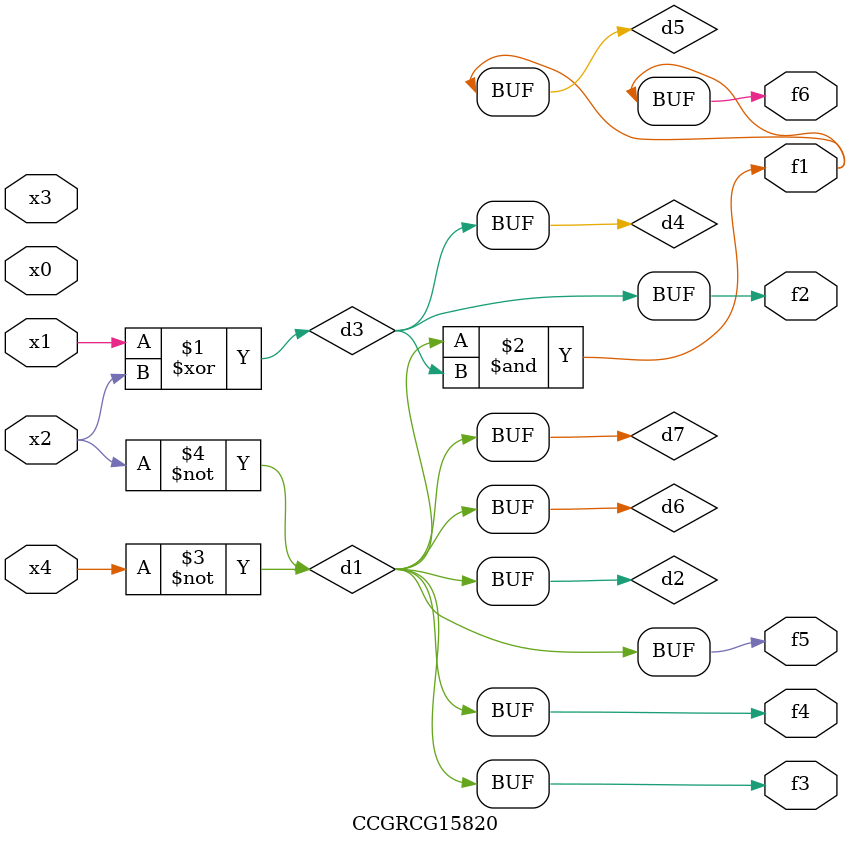
<source format=v>
module CCGRCG15820(
	input x0, x1, x2, x3, x4,
	output f1, f2, f3, f4, f5, f6
);

	wire d1, d2, d3, d4, d5, d6, d7;

	not (d1, x4);
	not (d2, x2);
	xor (d3, x1, x2);
	buf (d4, d3);
	and (d5, d1, d3);
	buf (d6, d1, d2);
	buf (d7, d2);
	assign f1 = d5;
	assign f2 = d4;
	assign f3 = d7;
	assign f4 = d7;
	assign f5 = d7;
	assign f6 = d5;
endmodule

</source>
